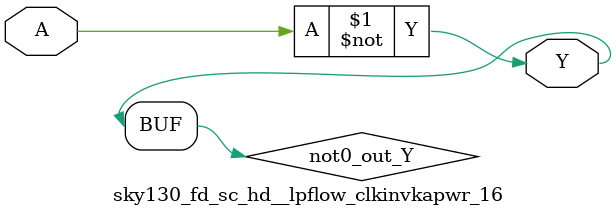
<source format=v>
/*
 * Copyright 2020 The SkyWater PDK Authors
 *
 * Licensed under the Apache License, Version 2.0 (the "License");
 * you may not use this file except in compliance with the License.
 * You may obtain a copy of the License at
 *
 *     https://www.apache.org/licenses/LICENSE-2.0
 *
 * Unless required by applicable law or agreed to in writing, software
 * distributed under the License is distributed on an "AS IS" BASIS,
 * WITHOUT WARRANTIES OR CONDITIONS OF ANY KIND, either express or implied.
 * See the License for the specific language governing permissions and
 * limitations under the License.
 *
 * SPDX-License-Identifier: Apache-2.0
*/


`ifndef SKY130_FD_SC_HD__LPFLOW_CLKINVKAPWR_16_FUNCTIONAL_V
`define SKY130_FD_SC_HD__LPFLOW_CLKINVKAPWR_16_FUNCTIONAL_V

/**
 * lpflow_clkinvkapwr: Clock tree inverter on keep-alive rail.
 *
 * Verilog simulation functional model.
 */

`timescale 1ns / 1ps
`default_nettype none

`celldefine
module sky130_fd_sc_hd__lpflow_clkinvkapwr_16 (
    Y,
    A
);

    // Module ports
    output Y;
    input  A;

    // Local signals
    wire not0_out_Y;

    //  Name  Output      Other arguments
    not not0 (not0_out_Y, A              );
    buf buf0 (Y         , not0_out_Y     );

endmodule
`endcelldefine

`default_nettype wire
`endif  // SKY130_FD_SC_HD__LPFLOW_CLKINVKAPWR_16_FUNCTIONAL_V

</source>
